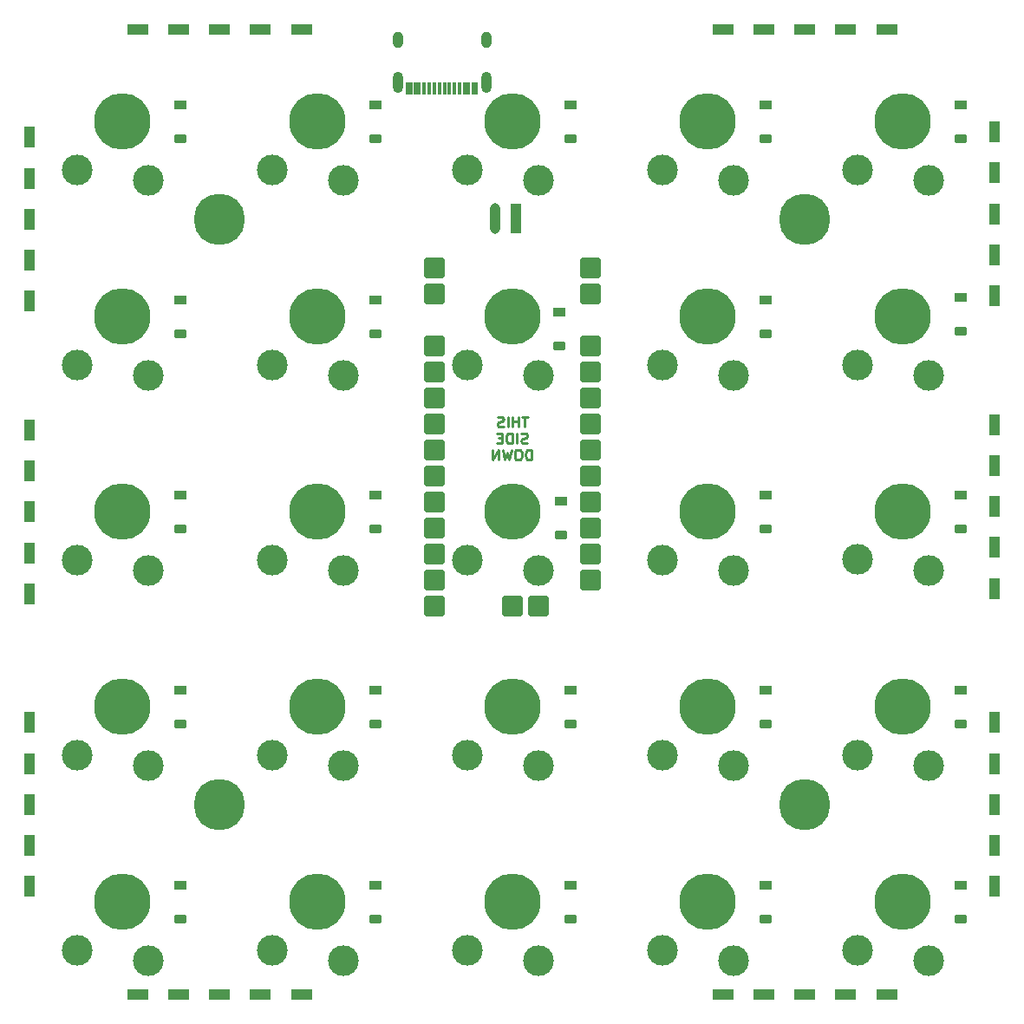
<source format=gbs>
%TF.GenerationSoftware,KiCad,Pcbnew,(6.0.4)*%
%TF.CreationDate,2022-05-04T18:37:34+01:00*%
%TF.ProjectId,v2,76322e6b-6963-4616-945f-706362585858,rev?*%
%TF.SameCoordinates,Original*%
%TF.FileFunction,Soldermask,Bot*%
%TF.FilePolarity,Negative*%
%FSLAX46Y46*%
G04 Gerber Fmt 4.6, Leading zero omitted, Abs format (unit mm)*
G04 Created by KiCad (PCBNEW (6.0.4)) date 2022-05-04 18:37:34*
%MOMM*%
%LPD*%
G01*
G04 APERTURE LIST*
G04 Aperture macros list*
%AMRoundRect*
0 Rectangle with rounded corners*
0 $1 Rounding radius*
0 $2 $3 $4 $5 $6 $7 $8 $9 X,Y pos of 4 corners*
0 Add a 4 corners polygon primitive as box body*
4,1,4,$2,$3,$4,$5,$6,$7,$8,$9,$2,$3,0*
0 Add four circle primitives for the rounded corners*
1,1,$1+$1,$2,$3*
1,1,$1+$1,$4,$5*
1,1,$1+$1,$6,$7*
1,1,$1+$1,$8,$9*
0 Add four rect primitives between the rounded corners*
20,1,$1+$1,$2,$3,$4,$5,0*
20,1,$1+$1,$4,$5,$6,$7,0*
20,1,$1+$1,$6,$7,$8,$9,0*
20,1,$1+$1,$8,$9,$2,$3,0*%
G04 Aperture macros list end*
%ADD10C,0.250000*%
%ADD11C,5.500000*%
%ADD12C,3.000000*%
%ADD13R,2.000000X1.000000*%
%ADD14R,1.000000X2.000000*%
%ADD15C,5.000000*%
%ADD16RoundRect,0.200000X0.400000X-0.250000X0.400000X0.250000X-0.400000X0.250000X-0.400000X-0.250000X0*%
%ADD17R,1.200000X0.900000*%
%ADD18R,0.300000X1.150000*%
%ADD19O,1.000000X1.600000*%
%ADD20O,1.000000X2.100000*%
%ADD21RoundRect,0.500000X0.000000X1.000000X0.000000X1.000000X0.000000X-1.000000X0.000000X-1.000000X0*%
%ADD22R,1.000000X3.000000*%
%ADD23RoundRect,0.200000X0.800000X0.800000X-0.800000X0.800000X-0.800000X-0.800000X0.800000X-0.800000X0*%
G04 APERTURE END LIST*
D10*
X68561309Y-66961130D02*
X67989880Y-66961130D01*
X68275595Y-67961130D02*
X68275595Y-66961130D01*
X67656547Y-67961130D02*
X67656547Y-66961130D01*
X67656547Y-67437321D02*
X67085119Y-67437321D01*
X67085119Y-67961130D02*
X67085119Y-66961130D01*
X66608928Y-67961130D02*
X66608928Y-66961130D01*
X66180357Y-67913511D02*
X66037500Y-67961130D01*
X65799404Y-67961130D01*
X65704166Y-67913511D01*
X65656547Y-67865892D01*
X65608928Y-67770654D01*
X65608928Y-67675416D01*
X65656547Y-67580178D01*
X65704166Y-67532559D01*
X65799404Y-67484940D01*
X65989880Y-67437321D01*
X66085119Y-67389702D01*
X66132738Y-67342083D01*
X66180357Y-67246845D01*
X66180357Y-67151607D01*
X66132738Y-67056369D01*
X66085119Y-67008750D01*
X65989880Y-66961130D01*
X65751785Y-66961130D01*
X65608928Y-67008750D01*
X68513690Y-69523511D02*
X68370833Y-69571130D01*
X68132738Y-69571130D01*
X68037500Y-69523511D01*
X67989880Y-69475892D01*
X67942261Y-69380654D01*
X67942261Y-69285416D01*
X67989880Y-69190178D01*
X68037500Y-69142559D01*
X68132738Y-69094940D01*
X68323214Y-69047321D01*
X68418452Y-68999702D01*
X68466071Y-68952083D01*
X68513690Y-68856845D01*
X68513690Y-68761607D01*
X68466071Y-68666369D01*
X68418452Y-68618750D01*
X68323214Y-68571130D01*
X68085119Y-68571130D01*
X67942261Y-68618750D01*
X67513690Y-69571130D02*
X67513690Y-68571130D01*
X67037500Y-69571130D02*
X67037500Y-68571130D01*
X66799404Y-68571130D01*
X66656547Y-68618750D01*
X66561309Y-68713988D01*
X66513690Y-68809226D01*
X66466071Y-68999702D01*
X66466071Y-69142559D01*
X66513690Y-69333035D01*
X66561309Y-69428273D01*
X66656547Y-69523511D01*
X66799404Y-69571130D01*
X67037500Y-69571130D01*
X66037500Y-69047321D02*
X65704166Y-69047321D01*
X65561309Y-69571130D02*
X66037500Y-69571130D01*
X66037500Y-68571130D01*
X65561309Y-68571130D01*
X68918452Y-71181130D02*
X68918452Y-70181130D01*
X68680357Y-70181130D01*
X68537500Y-70228750D01*
X68442261Y-70323988D01*
X68394642Y-70419226D01*
X68347023Y-70609702D01*
X68347023Y-70752559D01*
X68394642Y-70943035D01*
X68442261Y-71038273D01*
X68537500Y-71133511D01*
X68680357Y-71181130D01*
X68918452Y-71181130D01*
X67727976Y-70181130D02*
X67537500Y-70181130D01*
X67442261Y-70228750D01*
X67347023Y-70323988D01*
X67299404Y-70514464D01*
X67299404Y-70847797D01*
X67347023Y-71038273D01*
X67442261Y-71133511D01*
X67537500Y-71181130D01*
X67727976Y-71181130D01*
X67823214Y-71133511D01*
X67918452Y-71038273D01*
X67966071Y-70847797D01*
X67966071Y-70514464D01*
X67918452Y-70323988D01*
X67823214Y-70228750D01*
X67727976Y-70181130D01*
X66966071Y-70181130D02*
X66727976Y-71181130D01*
X66537500Y-70466845D01*
X66347023Y-71181130D01*
X66108928Y-70181130D01*
X65727976Y-71181130D02*
X65727976Y-70181130D01*
X65156547Y-71181130D01*
X65156547Y-70181130D01*
D11*
%TO.C,SW6*%
X28937500Y-57212500D03*
D12*
X24537500Y-61912500D03*
X31537500Y-62962500D03*
%TD*%
D13*
%TO.C,J1*%
X30462500Y-29137500D03*
X34462500Y-29137500D03*
X38462500Y-29137500D03*
X42462500Y-29137500D03*
X46462500Y-29137500D03*
%TD*%
D11*
%TO.C,SW4*%
X86087500Y-38162500D03*
D12*
X81687500Y-42862500D03*
X88687500Y-43912500D03*
%TD*%
D14*
%TO.C,J5*%
X19912500Y-96837500D03*
X19912500Y-100837500D03*
X19912500Y-104837500D03*
X19912500Y-108837500D03*
X19912500Y-112837500D03*
%TD*%
%TO.C,J9*%
X114162500Y-96837500D03*
X114162500Y-100837500D03*
X114162500Y-104837500D03*
X114162500Y-108837500D03*
X114162500Y-112837500D03*
%TD*%
D11*
%TO.C,SW10*%
X105137500Y-57212500D03*
D12*
X100737500Y-61912500D03*
X107737500Y-62962500D03*
%TD*%
D14*
%TO.C,J7*%
X114162500Y-39162500D03*
X114162500Y-43162500D03*
X114162500Y-47162500D03*
X114162500Y-51162500D03*
X114162500Y-55162500D03*
%TD*%
D11*
%TO.C,SW9*%
X86087500Y-57212500D03*
D12*
X81687500Y-61912500D03*
X88687500Y-62962500D03*
%TD*%
D15*
%TO.C,H4*%
X38462500Y-47687500D03*
%TD*%
%TO.C,H3*%
X95612500Y-47687500D03*
%TD*%
D11*
%TO.C,SW2*%
X47987500Y-38162500D03*
D12*
X43587500Y-42862500D03*
X50587500Y-43912500D03*
%TD*%
D13*
%TO.C,J4*%
X87612500Y-123387500D03*
X91612500Y-123387500D03*
X95612500Y-123387500D03*
X99612500Y-123387500D03*
X103612500Y-123387500D03*
%TD*%
D11*
%TO.C,SW5*%
X105137500Y-38162500D03*
D12*
X100737500Y-42862500D03*
X107737500Y-43912500D03*
%TD*%
D11*
%TO.C,SW21*%
X28937500Y-114362500D03*
D12*
X24537500Y-119062500D03*
X31537500Y-120112500D03*
%TD*%
D14*
%TO.C,J8*%
X114162500Y-67737500D03*
X114162500Y-71737500D03*
X114162500Y-75737500D03*
X114162500Y-79737500D03*
X114162500Y-83737500D03*
%TD*%
D13*
%TO.C,J3*%
X87612500Y-29137500D03*
X91612500Y-29137500D03*
X95612500Y-29137500D03*
X99612500Y-29137500D03*
X103612500Y-29137500D03*
%TD*%
D11*
%TO.C,SW22*%
X47987500Y-114362500D03*
D12*
X43587500Y-119062500D03*
X50587500Y-120112500D03*
%TD*%
D11*
%TO.C,SW13*%
X67037500Y-76262500D03*
D12*
X62637500Y-80962500D03*
X69637500Y-82012500D03*
%TD*%
D11*
%TO.C,SW1*%
X28937500Y-38162500D03*
D12*
X24537500Y-42862500D03*
X31537500Y-43912500D03*
%TD*%
D14*
%TO.C,J10*%
X19912500Y-39687500D03*
X19912500Y-43687500D03*
X19912500Y-47687500D03*
X19912500Y-51687500D03*
X19912500Y-55687500D03*
%TD*%
D11*
%TO.C,SW14*%
X86087500Y-76262500D03*
D12*
X81687500Y-80962500D03*
X88687500Y-82012500D03*
%TD*%
D11*
%TO.C,SW19*%
X86087500Y-95312500D03*
D12*
X81687500Y-100012500D03*
X88687500Y-101062500D03*
%TD*%
D11*
%TO.C,SW17*%
X47987500Y-95312500D03*
D12*
X43587500Y-100012500D03*
X50587500Y-101062500D03*
%TD*%
D15*
%TO.C,H2*%
X95612500Y-104837500D03*
%TD*%
D11*
%TO.C,SW15*%
X105137500Y-76227500D03*
D12*
X100737500Y-80927500D03*
X107737500Y-81977500D03*
%TD*%
D11*
%TO.C,SW16*%
X28937500Y-95312500D03*
D12*
X24537500Y-100012500D03*
X31537500Y-101062500D03*
%TD*%
D11*
%TO.C,SW24*%
X86087500Y-114362500D03*
D12*
X81687500Y-119062500D03*
X88687500Y-120112500D03*
%TD*%
D15*
%TO.C,H1*%
X38462500Y-104837500D03*
%TD*%
D13*
%TO.C,J2*%
X30462500Y-123387500D03*
X34462500Y-123387500D03*
X38462500Y-123387500D03*
X42462500Y-123387500D03*
X46462500Y-123387500D03*
%TD*%
D11*
%TO.C,SW20*%
X105137500Y-95312500D03*
D12*
X100737500Y-100012500D03*
X107737500Y-101062500D03*
%TD*%
D11*
%TO.C,SW23*%
X67037500Y-114362500D03*
D12*
X62637500Y-119062500D03*
X69637500Y-120112500D03*
%TD*%
D11*
%TO.C,SW18*%
X67037500Y-95312500D03*
D12*
X62637500Y-100012500D03*
X69637500Y-101062500D03*
%TD*%
D11*
%TO.C,SW3*%
X67037500Y-38162500D03*
D12*
X62637500Y-42862500D03*
X69637500Y-43912500D03*
%TD*%
D11*
%TO.C,SW25*%
X105137500Y-114362500D03*
D12*
X100737500Y-119062500D03*
X107737500Y-120112500D03*
%TD*%
D11*
%TO.C,SW7*%
X47987500Y-57212500D03*
D12*
X43587500Y-61912500D03*
X50587500Y-62962500D03*
%TD*%
D11*
%TO.C,SW11*%
X28937500Y-76262500D03*
D12*
X24537500Y-80962500D03*
X31537500Y-82012500D03*
%TD*%
D11*
%TO.C,SW12*%
X47987500Y-76262500D03*
D12*
X43587500Y-80962500D03*
X50587500Y-82012500D03*
%TD*%
D14*
%TO.C,J6*%
X19912500Y-68262500D03*
X19912500Y-72262500D03*
X19912500Y-76262500D03*
X19912500Y-80262500D03*
X19912500Y-84262500D03*
%TD*%
D11*
%TO.C,SW8*%
X67037500Y-57212500D03*
D12*
X62637500Y-61912500D03*
X69637500Y-62962500D03*
%TD*%
D16*
%TO.C,D9*%
X91802500Y-58862500D03*
D17*
X91802500Y-55562500D03*
%TD*%
D16*
%TO.C,D7*%
X53702500Y-58862500D03*
D17*
X53702500Y-55562500D03*
%TD*%
D18*
%TO.C,J11*%
X56827500Y-34922500D03*
X57627500Y-34922500D03*
X58927500Y-34922500D03*
X59927500Y-34922500D03*
X60427500Y-34922500D03*
X61427500Y-34922500D03*
X62727500Y-34922500D03*
X63527500Y-34922500D03*
X63227500Y-34922500D03*
X62427500Y-34922500D03*
X61927500Y-34922500D03*
X60927500Y-34922500D03*
X59427500Y-34922500D03*
X58427500Y-34922500D03*
X57927500Y-34922500D03*
X57127500Y-34922500D03*
D19*
X64497500Y-30177500D03*
X55857500Y-30177500D03*
D20*
X64497500Y-34357500D03*
X55857500Y-34357500D03*
%TD*%
D16*
%TO.C,D17*%
X53702500Y-96962500D03*
D17*
X53702500Y-93662500D03*
%TD*%
D16*
%TO.C,D11*%
X34652500Y-77912500D03*
D17*
X34652500Y-74612500D03*
%TD*%
D16*
%TO.C,D22*%
X53702500Y-116012500D03*
D17*
X53702500Y-112712500D03*
%TD*%
D16*
%TO.C,D5*%
X110852500Y-39812500D03*
D17*
X110852500Y-36512500D03*
%TD*%
D16*
%TO.C,D1*%
X34652500Y-39812500D03*
D17*
X34652500Y-36512500D03*
%TD*%
D16*
%TO.C,D21*%
X34652500Y-116012500D03*
D17*
X34652500Y-112712500D03*
%TD*%
D16*
%TO.C,D12*%
X53702500Y-77912500D03*
D17*
X53702500Y-74612500D03*
%TD*%
D16*
%TO.C,D20*%
X110852500Y-96962500D03*
D17*
X110852500Y-93662500D03*
%TD*%
D16*
%TO.C,D3*%
X72752500Y-39812500D03*
D17*
X72752500Y-36512500D03*
%TD*%
D16*
%TO.C,D15*%
X110852500Y-77912500D03*
D17*
X110852500Y-74612500D03*
%TD*%
D16*
%TO.C,D23*%
X72752500Y-116012500D03*
D17*
X72752500Y-112712500D03*
%TD*%
D16*
%TO.C,D18*%
X72752500Y-96962500D03*
D17*
X72752500Y-93662500D03*
%TD*%
D16*
%TO.C,D4*%
X91802500Y-39812500D03*
D17*
X91802500Y-36512500D03*
%TD*%
D16*
%TO.C,D16*%
X34652500Y-96962500D03*
D17*
X34652500Y-93662500D03*
%TD*%
D16*
%TO.C,D19*%
X91802500Y-96962500D03*
D17*
X91802500Y-93662500D03*
%TD*%
D16*
%TO.C,D13*%
X71812500Y-78487500D03*
D17*
X71812500Y-75187500D03*
%TD*%
D16*
%TO.C,D24*%
X91802500Y-116012500D03*
D17*
X91802500Y-112712500D03*
%TD*%
D16*
%TO.C,D10*%
X110852500Y-58607500D03*
D17*
X110852500Y-55307500D03*
%TD*%
D21*
%TO.C,J12*%
X65412500Y-47637500D03*
D22*
X67412500Y-47637500D03*
%TD*%
D16*
%TO.C,D14*%
X91802500Y-77912500D03*
D17*
X91802500Y-74612500D03*
%TD*%
D16*
%TO.C,D8*%
X71612500Y-60037500D03*
D17*
X71612500Y-56737500D03*
%TD*%
D23*
%TO.C,U1*%
X74662500Y-52477500D03*
X74662500Y-55017500D03*
X74662500Y-60097500D03*
X74662500Y-62637500D03*
X74662500Y-65177500D03*
X74662500Y-67717500D03*
X74662500Y-70257500D03*
X74662500Y-72797500D03*
X74662500Y-75337500D03*
X74662500Y-77877500D03*
X74662500Y-80417500D03*
X74662500Y-82957500D03*
X69582500Y-85497500D03*
X67042500Y-85497500D03*
X59422500Y-85497500D03*
X59422500Y-82957500D03*
X59422500Y-80417500D03*
X59422500Y-77877500D03*
X59422500Y-75337500D03*
X59422500Y-72797500D03*
X59422500Y-70257500D03*
X59422500Y-67717500D03*
X59422500Y-65177500D03*
X59422500Y-62637500D03*
X59422500Y-60097500D03*
X59422500Y-55017500D03*
X59422500Y-52477500D03*
%TD*%
D16*
%TO.C,D6*%
X34652500Y-58862500D03*
D17*
X34652500Y-55562500D03*
%TD*%
D16*
%TO.C,D25*%
X110852500Y-116012500D03*
D17*
X110852500Y-112712500D03*
%TD*%
D16*
%TO.C,D2*%
X53702500Y-39812500D03*
D17*
X53702500Y-36512500D03*
%TD*%
M02*

</source>
